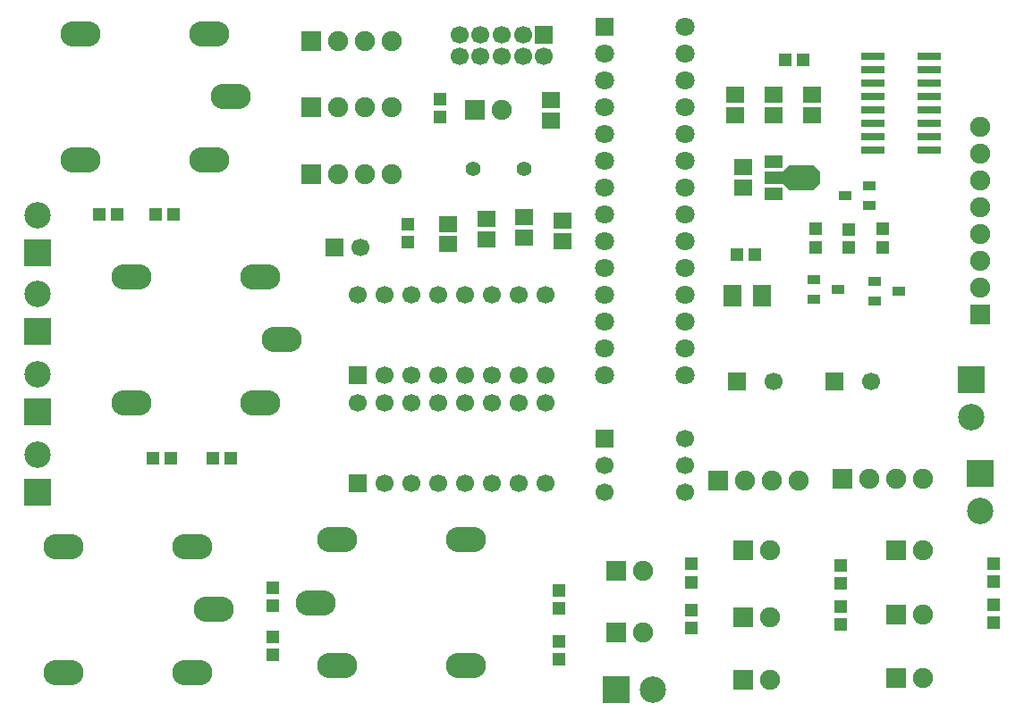
<source format=gbr>
G04 DipTrace 3.2.0.1*
G04 TopMask.gbr*
%MOIN*%
G04 #@! TF.FileFunction,Soldermask,Top*
G04 #@! TF.Part,Single*
%AMOUTLINE1*
4,1,10,
-0.104331,-0.023622,
-0.035095,-0.023622,
-0.011473,-0.047244,
0.078402,-0.047244,
0.104331,-0.021316,
0.104331,0.021316,
0.078402,0.047244,
-0.011473,0.047244,
-0.035095,0.023622,
-0.104331,0.023622,
-0.104331,-0.023622,
0*%
%ADD31R,0.066929X0.066929*%
%ADD32C,0.066929*%
%ADD45C,0.055874*%
%ADD47R,0.066929X0.047244*%
%ADD49O,0.149606X0.094488*%
%ADD51R,0.086614X0.031496*%
%ADD53C,0.074803*%
%ADD54R,0.074803X0.074803*%
%ADD55R,0.070866X0.07874*%
%ADD57R,0.047244X0.051181*%
%ADD59R,0.051181X0.047244*%
%ADD63R,0.066929X0.059055*%
%ADD65C,0.070866*%
%ADD66R,0.070866X0.070866*%
%ADD68R,0.049213X0.033465*%
%ADD70C,0.098425*%
%ADD72R,0.098425X0.098425*%
%ADD77OUTLINE1*%
%FSLAX26Y26*%
G04*
G70*
G90*
G75*
G01*
G04 TopMask*
%LPD*%
D72*
X4067058Y1286131D3*
D70*
Y1148336D3*
D72*
X4035811Y1636094D3*
D70*
Y1498299D3*
D72*
X554927Y2111045D3*
D70*
Y2248840D3*
D72*
Y1817325D3*
D70*
Y1955121D3*
D68*
X3448373Y2011055D3*
Y1936252D3*
X3538924Y1973654D3*
D66*
X2667205Y2954706D3*
D65*
Y2854706D3*
Y2754706D3*
Y2654706D3*
Y2554706D3*
Y2454706D3*
Y2354706D3*
Y2254706D3*
Y2154706D3*
Y2054706D3*
Y1954706D3*
Y1854706D3*
Y1754706D3*
Y1654706D3*
X2967205D3*
Y1754706D3*
Y1854706D3*
Y1954706D3*
Y2054706D3*
Y2154706D3*
Y2254706D3*
Y2354706D3*
Y2454706D3*
Y2554706D3*
Y2654706D3*
Y2754706D3*
Y2854706D3*
Y2954706D3*
D63*
X2086016Y2217283D3*
Y2142480D3*
X2229751Y2161039D3*
Y2235843D3*
X2510971Y2229782D3*
Y2154979D3*
D31*
X3523365Y1629845D3*
D32*
X3661160D3*
D31*
X3160903D3*
D32*
X3298698D3*
D63*
X3185900Y2354769D3*
Y2429572D3*
X3298388Y2698483D3*
Y2623680D3*
X2367236Y2167289D3*
Y2242092D3*
X3442123Y2698483D3*
Y2623680D3*
X3154654Y2698483D3*
Y2623680D3*
X2467226Y2679735D3*
Y2604932D3*
D31*
X1661060Y2129793D3*
D32*
X1759486D3*
D72*
X2710950Y479966D3*
D70*
X2848745D3*
D59*
X1273601Y1342375D3*
X1206672D3*
D57*
X1429835Y611202D3*
Y678131D3*
X2498472Y848677D3*
Y781748D3*
D59*
X1061123Y2254780D3*
X994194D3*
D57*
X3548362Y723738D3*
Y790667D3*
X4117441Y730383D3*
Y797312D3*
X2992171Y711192D3*
Y778121D3*
D55*
X3254643Y1948562D3*
X3144407D3*
D54*
X3092160Y1261134D3*
D53*
X3192160D3*
X3292160D3*
X3392160D3*
D54*
X3554612Y1267383D3*
D53*
X3654612D3*
X3754612D3*
X3854612D3*
D51*
X3667100Y2842218D3*
Y2792218D3*
Y2742218D3*
Y2692218D3*
Y2642218D3*
Y2592218D3*
Y2542218D3*
Y2492218D3*
X3879698D3*
Y2542218D3*
Y2592218D3*
Y2642218D3*
Y2692218D3*
Y2742218D3*
Y2792218D3*
Y2842218D3*
D54*
X2186005Y2642239D3*
D53*
X2286005D3*
D54*
X3185900Y998709D3*
D53*
X3285900D3*
D54*
X3185900Y748693D3*
D53*
X3285900D3*
D54*
X3185900Y517509D3*
D53*
X3285900D3*
D54*
X3754591Y998709D3*
D53*
X3854591D3*
D54*
X3754591Y761186D3*
D53*
X3854591D3*
D54*
X3754591Y523664D3*
D53*
X3854591D3*
D54*
X2710950Y923669D3*
D53*
X2810950D3*
D54*
X2710950Y692444D3*
D53*
X2810950D3*
D49*
X1464890Y1786079D3*
X1384890Y2021079D3*
Y1551079D3*
X904890D3*
Y2021079D3*
X1211108Y779934D3*
X1131108Y1014934D3*
Y544934D3*
X651108D3*
Y1014934D3*
X1592318Y804932D3*
X1672318Y569932D3*
Y1039932D3*
X2152318D3*
Y569932D3*
X1273601Y2692234D3*
X1193601Y2927234D3*
Y2457234D3*
X713601D3*
Y2927234D3*
D72*
X554927Y1517357D3*
D70*
Y1655152D3*
D72*
Y1217388D3*
D70*
Y1355184D3*
D31*
X1748551Y1654843D3*
D32*
X1848551D3*
X1948551D3*
X2048551D3*
X2148551D3*
X2248551D3*
X2348551D3*
X2448551D3*
Y1954843D3*
X2348551D3*
X2248551D3*
X2148551D3*
X2048551D3*
X1948551D3*
X1848551D3*
X1748551D3*
D31*
Y1248635D3*
D32*
X1848551D3*
X1948551D3*
X2048551D3*
X2148551D3*
X2248551D3*
X2348551D3*
X2448551D3*
Y1548635D3*
X2348551D3*
X2248551D3*
X2148551D3*
X2048551D3*
X1948551D3*
X1848551D3*
X1748551D3*
D68*
X3673349Y2004806D3*
Y1930003D3*
X3763900Y1967404D3*
X3654601Y2286026D3*
Y2360829D3*
X3564050Y2323428D3*
D57*
X1936031Y2148541D3*
Y2215470D3*
D59*
X986131Y1342375D3*
X1053060D3*
D57*
X1429835Y861176D3*
Y794247D3*
X2498472Y592454D3*
Y659383D3*
D59*
X786152Y2254780D3*
X853081D3*
D57*
X3548362Y942465D3*
Y875535D3*
X4117441Y949110D3*
Y882181D3*
D59*
X3342134Y2829719D3*
X3409063D3*
D57*
X3704596Y2198535D3*
Y2131606D3*
X3454622D3*
Y2198535D3*
X3579609Y2196722D3*
Y2129793D3*
X2992171Y948667D3*
Y881738D3*
D59*
X3229646Y2104795D3*
X3162717D3*
D57*
X2054769Y2617241D3*
Y2684171D3*
D31*
X2667205Y1417367D3*
D32*
Y1317367D3*
Y1217367D3*
X2967205D3*
Y1317367D3*
Y1417367D3*
D47*
X3298388Y2448509D3*
D77*
X3369255Y2389454D3*
D47*
X3298388Y2330399D3*
D54*
X4067058Y1879819D3*
D53*
Y1979819D3*
Y2079819D3*
Y2179819D3*
Y2279819D3*
Y2379819D3*
Y2479819D3*
Y2579819D3*
D54*
X1573570Y2898462D3*
D53*
X1673570D3*
X1773570D3*
X1873570D3*
D31*
X2442228Y2923459D3*
D32*
X2363488D3*
X2284748D3*
X2206008D3*
X2127268D3*
Y2844719D3*
X2206008D3*
X2284748D3*
X2363488D3*
X2442228D3*
D54*
X1573570Y2654738D3*
D53*
X1673570D3*
X1773570D3*
X1873570D3*
D54*
X1573570Y2404764D3*
D53*
X1673570D3*
X1773570D3*
X1873570D3*
D45*
X2179756Y2423512D3*
X2369756D3*
M02*

</source>
